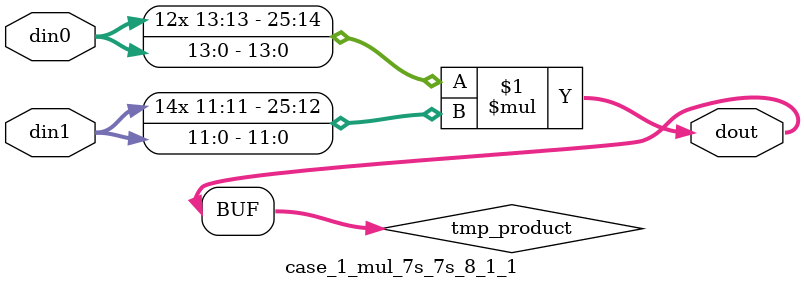
<source format=v>

`timescale 1 ns / 1 ps

 module case_1_mul_7s_7s_8_1_1(din0, din1, dout);
parameter ID = 1;
parameter NUM_STAGE = 0;
parameter din0_WIDTH = 14;
parameter din1_WIDTH = 12;
parameter dout_WIDTH = 26;

input [din0_WIDTH - 1 : 0] din0; 
input [din1_WIDTH - 1 : 0] din1; 
output [dout_WIDTH - 1 : 0] dout;

wire signed [dout_WIDTH - 1 : 0] tmp_product;



























assign tmp_product = $signed(din0) * $signed(din1);








assign dout = tmp_product;





















endmodule

</source>
